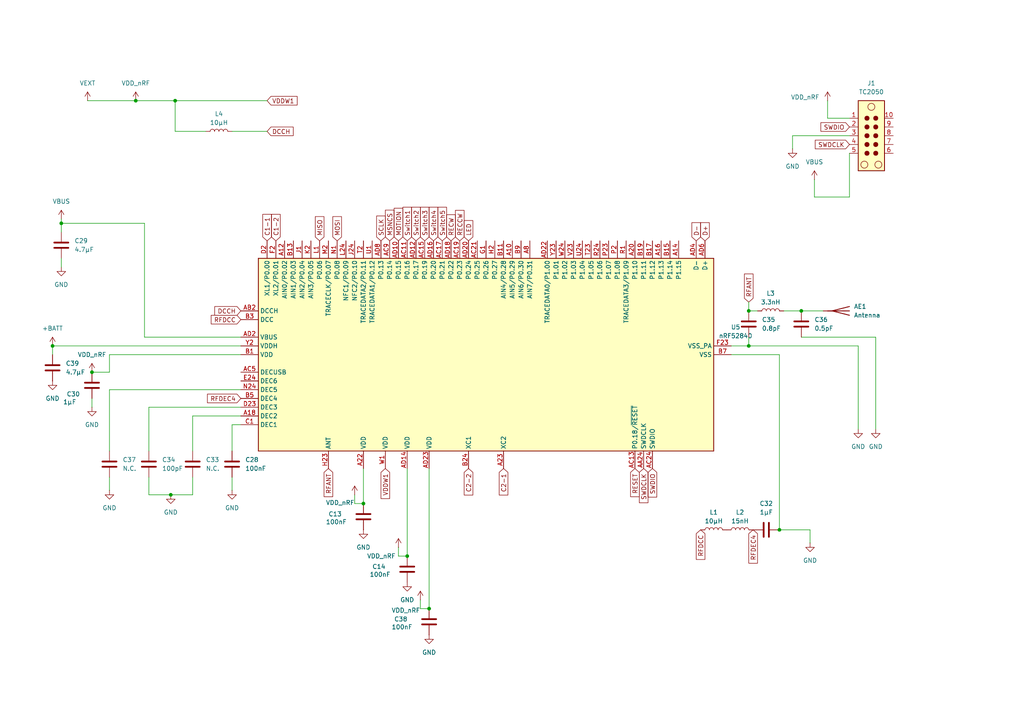
<source format=kicad_sch>
(kicad_sch (version 20250114) (generator "eeschema") (generator_version "9.0")
  (paper "A4")
  (lib_symbols
    (symbol "Connector:TC2050" (in_bom no)
      (property "Reference" "J" (at 1.27 11.43 0))
      (property "Value" "TC2050" (at 1.27 -11.43 0))
      (symbol "TC2050_1_1"
        (rectangle (start -2.54 10.16) (end 5.08 -10.16) (stroke (width 0.254)) (fill (type background)))
        (circle (center -0.762 -8.382) (radius 1.016))
        (circle (center 0 5.08) (radius 0.635) (fill (type outline)))
        (circle (center 0 2.54) (radius 0.635) (fill (type outline)))
        (circle (center 0 0) (radius 0.635) (fill (type outline)))
        (circle (center 0 -2.54) (radius 0.635) (fill (type outline)))
        (circle (center 0 -5.08) (radius 0.635) (fill (type outline)))
        (circle (center 1.27 8.382) (radius 1.016))
        (circle (center 2.54 5.08) (radius 0.635) (fill (type outline)))
        (circle (center 2.54 2.54) (radius 0.635) (fill (type outline)))
        (circle (center 2.54 0) (radius 0.635) (fill (type outline)))
        (circle (center 2.54 -2.54) (radius 0.635) (fill (type outline)))
        (circle (center 2.54 -5.08) (radius 0.635) (fill (type outline)))
        (circle (center 3.302 -8.382) (radius 1.016))
        (pin passive line (at -5.08 5.08 0) (length 2.54) (name "~") (number "1"))
        (pin passive line (at -5.08 2.54 0) (length 2.54) (name "~") (number "2"))
        (pin passive line (at -5.08 0 0) (length 2.54) (name "~") (number "3"))
        (pin passive line (at -5.08 -2.54 0) (length 2.54) (name "~") (number "4"))
        (pin passive line (at -5.08 -5.08 0) (length 2.54) (name "~") (number "5"))
        (pin passive line (at 7.62 5.08 180) (length 2.54) (name "~") (number "10"))
        (pin passive line (at 7.62 2.54 180) (length 2.54) (name "~") (number "9"))
        (pin passive line (at 7.62 0 180) (length 2.54) (name "~") (number "8"))
        (pin passive line (at 7.62 -2.54 180) (length 2.54) (name "~") (number "7"))
        (pin passive line (at 7.62 -5.08 180) (length 2.54) (name "~") (number "6"))
      )
    )
    (symbol "Custom:nRF52840"
      (property "Reference" "U5" (at 7.9854 -72.39 90))
      (property "Value" "nRF52840" (at 5.4454 -72.39 90))
      (symbol "nRF52840_0_1"
        (rectangle (start -27.94 66.04) (end 27.94 -66.04) (stroke (width 0.254)) (fill (type background)))
      )
      (symbol "nRF52840_1_1"
        (pin passive line (at -33.02 45.72 0) (length 5.08) (name "ANT") (number "H23"))
        (pin power_in line (at -33.02 35.56 0) (length 5.08) (name "VDD") (number "A22"))
        (pin power_in line (at -33.02 29.21 0) (length 5.08) (name "VDD") (number "W1"))
        (pin power_in line (at -33.02 22.86 0) (length 5.08) (name "VDD") (number "AD14"))
        (pin power_in line (at -33.02 16.51 0) (length 5.08) (name "VDD") (number "AD23"))
        (pin input line (at -33.02 5.08 0) (length 5.08) (name "XC1") (number "B24"))
        (pin input line (at -33.02 -5.08 0) (length 5.08) (name "XC2") (number "A23"))
        (pin bidirectional line (at -33.02 -43.18 0) (length 5.08) (name "P0.18/~{RESET}") (number "AC13"))
        (pin input line (at -33.02 -45.72 0) (length 5.08) (name "SWDCLK") (number "AA24"))
        (pin bidirectional line (at -33.02 -48.26 0) (length 5.08) (name "SWDIO") (number "AC24"))
        (pin passive line (at -20.32 71.12 270) (length 5.08) (name "DEC1") (number "C1"))
        (pin passive line (at -17.78 71.12 270) (length 5.08) (name "DEC2") (number "A18"))
        (pin passive line (at -15.24 71.12 270) (length 5.08) (name "DEC3") (number "D23"))
        (pin passive line (at -12.7 71.12 270) (length 5.08) (name "DEC4") (number "B5"))
        (pin passive line (at -10.16 71.12 270) (length 5.08) (name "DEC5") (number "N24"))
        (pin passive line (at -7.62 71.12 270) (length 5.08) (name "DEC6") (number "E24"))
        (pin passive line (at -5.08 71.12 270) (length 5.08) (name "DECUSB") (number "AC5"))
        (pin power_in line (at 0 71.12 270) (length 5.08) (name "VDD") (number "B1"))
        (pin power_in line (at 0 -71.12 90) (length 5.08) (name "VSS") (number "B7"))
        (pin passive line (at 0 -71.12 90) (length 5.08) (hide yes) (name "VSS") (number "EP"))
        (pin power_in line (at 2.54 71.12 270) (length 5.08) (name "VDDH") (number "Y2"))
        (pin power_in line (at 2.54 -71.12 90) (length 5.08) (name "VSS_PA") (number "F23"))
        (pin power_in line (at 5.08 71.12 270) (length 5.08) (name "VBUS") (number "AD2"))
        (pin power_out line (at 10.16 71.12 270) (length 5.08) (name "DCC") (number "B3"))
        (pin power_out line (at 12.7 71.12 270) (length 5.08) (name "DCCH") (number "AB2"))
        (pin bidirectional line (at 33.02 63.5 180) (length 5.08) (name "XL1/P0.00") (number "D2"))
        (pin bidirectional line (at 33.02 60.96 180) (length 5.08) (name "XL2/P0.01") (number "F2"))
        (pin bidirectional line (at 33.02 58.42 180) (length 5.08) (name "AIN0/P0.02") (number "A12"))
        (pin bidirectional line (at 33.02 55.88 180) (length 5.08) (name "AIN1/P0.03") (number "B13"))
        (pin bidirectional line (at 33.02 53.34 180) (length 5.08) (name "AIN2/P0.04") (number "J1"))
        (pin bidirectional line (at 33.02 50.8 180) (length 5.08) (name "AIN3/P0.05") (number "K2"))
        (pin bidirectional line (at 33.02 48.26 180) (length 5.08) (name "P0.06") (number "L1"))
        (pin bidirectional line (at 33.02 45.72 180) (length 5.08) (name "TRACECLK/P0.07") (number "M2"))
        (pin bidirectional line (at 33.02 43.18 180) (length 5.08) (name "P0.08") (number "N1"))
        (pin bidirectional line (at 33.02 40.64 180) (length 5.08) (name "NFC1/P0.09") (number "L24"))
        (pin bidirectional line (at 33.02 38.1 180) (length 5.08) (name "NFC2/P0.10") (number "J24"))
        (pin bidirectional line (at 33.02 35.56 180) (length 5.08) (name "TRACEDATA2/P0.11") (number "T2"))
        (pin bidirectional line (at 33.02 33.02 180) (length 5.08) (name "TRACEDATA1/P0.12") (number "U1"))
        (pin bidirectional line (at 33.02 30.48 180) (length 5.08) (name "P0.13") (number "AD8"))
        (pin bidirectional line (at 33.02 27.94 180) (length 5.08) (name "P0.14") (number "AC9"))
        (pin bidirectional line (at 33.02 25.4 180) (length 5.08) (name "P0.15") (number "AD10"))
        (pin bidirectional line (at 33.02 22.86 180) (length 5.08) (name "P0.16") (number "AC11"))
        (pin bidirectional line (at 33.02 20.32 180) (length 5.08) (name "P0.17") (number "AD12"))
        (pin bidirectional line (at 33.02 17.78 180) (length 5.08) (name "P0.19") (number "AC15"))
        (pin bidirectional line (at 33.02 15.24 180) (length 5.08) (name "P0.20") (number "AD16"))
        (pin bidirectional line (at 33.02 12.7 180) (length 5.08) (name "P0.21") (number "AC17"))
        (pin bidirectional line (at 33.02 10.16 180) (length 5.08) (name "P0.22") (number "AD18"))
        (pin bidirectional line (at 33.02 7.62 180) (length 5.08) (name "P0.23") (number "AC19"))
        (pin bidirectional line (at 33.02 5.08 180) (length 5.08) (name "P0.24") (number "AD20"))
        (pin bidirectional line (at 33.02 2.54 180) (length 5.08) (name "P0.25") (number "AC21"))
        (pin bidirectional line (at 33.02 0 180) (length 5.08) (name "P0.26") (number "G1"))
        (pin bidirectional line (at 33.02 -2.54 180) (length 5.08) (name "P0.27") (number "H2"))
        (pin bidirectional line (at 33.02 -5.08 180) (length 5.08) (name "AIN4/P0.28") (number "B11"))
        (pin bidirectional line (at 33.02 -7.62 180) (length 5.08) (name "AIN5/P0.29") (number "A10"))
        (pin bidirectional line (at 33.02 -10.16 180) (length 5.08) (name "AIN6/P0.30") (number "B9"))
        (pin bidirectional line (at 33.02 -12.7 180) (length 5.08) (name "AIN7/P0.31") (number "A8"))
        (pin bidirectional line (at 33.02 -17.78 180) (length 5.08) (name "TRACEDATA0/P1.00") (number "AD22"))
        (pin bidirectional line (at 33.02 -20.32 180) (length 5.08) (name "P1.01") (number "Y23"))
        (pin bidirectional line (at 33.02 -22.86 180) (length 5.08) (name "P1.02") (number "W24"))
        (pin bidirectional line (at 33.02 -25.4 180) (length 5.08) (name "P1.03") (number "V23"))
        (pin bidirectional line (at 33.02 -27.94 180) (length 5.08) (name "P1.04") (number "U24"))
        (pin bidirectional line (at 33.02 -30.48 180) (length 5.08) (name "P1.05") (number "T23"))
        (pin bidirectional line (at 33.02 -33.02 180) (length 5.08) (name "P1.06") (number "R24"))
        (pin bidirectional line (at 33.02 -35.56 180) (length 5.08) (name "P1.07") (number "P23"))
        (pin bidirectional line (at 33.02 -38.1 180) (length 5.08) (name "P1.08") (number "P2"))
        (pin bidirectional line (at 33.02 -40.64 180) (length 5.08) (name "TRACEDATA3/P1.09") (number "R1"))
        (pin bidirectional line (at 33.02 -43.18 180) (length 5.08) (name "P1.10") (number "A20"))
        (pin bidirectional line (at 33.02 -45.72 180) (length 5.08) (name "P1.11") (number "B19"))
        (pin bidirectional line (at 33.02 -48.26 180) (length 5.08) (name "P1.12") (number "B17"))
        (pin bidirectional line (at 33.02 -50.8 180) (length 5.08) (name "P1.13") (number "A16"))
        (pin bidirectional line (at 33.02 -53.34 180) (length 5.08) (name "P1.14") (number "B15"))
        (pin bidirectional line (at 33.02 -55.88 180) (length 5.08) (name "P1.15") (number "A14"))
        (pin bidirectional line (at 33.02 -60.96 180) (length 5.08) (name "D-") (number "AD4"))
        (pin bidirectional line (at 33.02 -63.5 180) (length 5.08) (name "D+") (number "AD6"))
      )
    )
    (symbol "Device:Antenna" (pin_numbers (hide yes)) (pin_names (offset 1.016) (hide yes))
      (property "Reference" "AE" (at -1.905 1.905 0))
      (property "Value" "Antenna" (at -1.905 0 0))
      (symbol "Antenna_0_1"
        (polyline (pts (xy 0 2.54) (xy 0 -3.81)) (stroke (width 0.254)))
        (polyline (pts (xy 1.27 2.54) (xy 0 -2.54) (xy -1.27 2.54)) (stroke (width 0.254)))
      )
      (symbol "Antenna_1_1"
        (pin input line (at 0 -5.08 90) (length 2.54) (name "A") (number "1"))
      )
    )
    (symbol "Device:C" (pin_numbers (hide yes)) (pin_names (offset 0.254))
      (property "Reference" "C" (at 0.635 2.54 0))
      (property "Value" "C" (at 0.635 -2.54 0))
      (symbol "C_0_1"
        (polyline (pts (xy -2.032 0.762) (xy 2.032 0.762)) (stroke (width 0.508)))
        (polyline (pts (xy -2.032 -0.762) (xy 2.032 -0.762)) (stroke (width 0.508)))
      )
      (symbol "C_1_1"
        (pin passive line (at 0 3.81 270) (length 2.794) (name "~") (number "1"))
        (pin passive line (at 0 -3.81 90) (length 2.794) (name "~") (number "2"))
      )
    )
    (symbol "Device:L" (pin_numbers (hide yes)) (pin_names (offset 1.016) (hide yes))
      (property "Reference" "L" (at -1.27 0 90))
      (property "Value" "L" (at 1.905 0 90))
      (symbol "L_0_1"
        (arc (start 0 2.54) (mid 0.6323 1.905) (end 0 1.27))
        (arc (start 0 1.27) (mid 0.6323 0.635) (end 0 0))
        (arc (start 0 0) (mid 0.6323 -0.635) (end 0 -1.27))
        (arc (start 0 -1.27) (mid 0.6323 -1.905) (end 0 -2.54))
      )
      (symbol "L_1_1"
        (pin passive line (at 0 3.81 270) (length 1.27) (name "1") (number "1"))
        (pin passive line (at 0 -3.81 90) (length 1.27) (name "2") (number "2"))
      )
    )
    (symbol "power:+3.3V" (power) (pin_numbers (hide yes)) (pin_names (offset 0) (hide yes))
      (property "Value" "+3.3V" (at 0 3.556 0))
      (symbol "+3.3V_0_1"
        (polyline (pts (xy -0.762 1.27) (xy 0 2.54)))
        (polyline (pts (xy 0 2.54) (xy 0.762 1.27)))
        (polyline (pts (xy 0 0) (xy 0 2.54)))
      )
      (symbol "+3.3V_1_1"
        (pin power_in line (at 0 0 90) (length 0) (name "~") (number "1"))
      )
    )
    (symbol "power:+BATT" (power) (pin_numbers (hide yes)) (pin_names (offset 0) (hide yes))
      (property "Value" "+BATT" (at 0 3.556 0))
      (symbol "+BATT_0_1"
        (polyline (pts (xy -0.762 1.27) (xy 0 2.54)))
        (polyline (pts (xy 0 2.54) (xy 0.762 1.27)))
        (polyline (pts (xy 0 0) (xy 0 2.54)))
      )
      (symbol "+BATT_1_1"
        (pin power_in line (at 0 0 90) (length 0) (name "~") (number "1"))
      )
    )
    (symbol "power:GND" (power) (pin_numbers (hide yes)) (pin_names (offset 0) (hide yes))
      (property "Value" "GND" (at 0 -3.81 0))
      (symbol "GND_0_1"
        (polyline (pts (xy 0 0) (xy 0 -1.27) (xy 1.27 -1.27) (xy 0 -2.54) (xy -1.27 -1.27) (xy 0 -1.27)))
      )
      (symbol "GND_1_1"
        (pin power_in line (at 0 0 270) (length 0) (name "~") (number "1"))
      )
    )
    (symbol "power:VBUS" (power) (pin_numbers (hide yes)) (pin_names (offset 0) (hide yes))
      (property "Value" "VBUS" (at 0 3.556 0))
      (symbol "VBUS_0_1"
        (polyline (pts (xy -0.762 1.27) (xy 0 2.54)))
        (polyline (pts (xy 0 2.54) (xy 0.762 1.27)))
        (polyline (pts (xy 0 0) (xy 0 2.54)))
      )
      (symbol "VBUS_1_1"
        (pin power_in line (at 0 0 90) (length 0) (name "~") (number "1"))
      )
    )
  )
  (junction (at 17.78 64.77))
  (junction (at 217.17 90.17))
  (junction (at 105.41 146.05))
  (junction (at 232.41 90.17))
  (junction (at 39.37 29.21))
  (junction (at 217.17 100.33))
  (junction (at 124.46 176.53))
  (junction (at 15.24 100.33))
  (junction (at 226.06 153.67))
  (junction (at 118.11 161.29))
  (junction (at 50.8 29.21))
  (junction (at 49.53 143.51))
  (junction (at 26.67 107.95))
  (wire (pts (xy 229.87 39.37) (xy 229.87 43.18)))
  (wire (pts (xy 217.17 100.33) (xy 248.92 100.33)))
  (wire (pts (xy 50.8 29.21) (xy 77.47 29.21)))
  (wire (pts (xy 246.38 44.45) (xy 246.38 57.15)))
  (wire (pts (xy 226.06 102.87) (xy 226.06 153.67)))
  (wire (pts (xy 41.91 64.77) (xy 17.78 64.77)))
  (wire (pts (xy 69.85 102.87) (xy 31.75 102.87)))
  (wire (pts (xy 246.38 39.37) (xy 229.87 39.37)))
  (wire (pts (xy 212.09 102.87) (xy 226.06 102.87)))
  (wire (pts (xy 217.17 87.63) (xy 217.17 90.17)))
  (wire (pts (xy 55.88 120.65) (xy 69.85 120.65)))
  (wire (pts (xy 43.18 143.51) (xy 49.53 143.51)))
  (wire (pts (xy 31.75 138.43) (xy 31.75 142.24)))
  (wire (pts (xy 118.11 135.89) (xy 118.11 161.29)))
  (wire (pts (xy 240.03 29.21) (xy 240.03 34.29)))
  (wire (pts (xy 43.18 138.43) (xy 43.18 143.51)))
  (wire (pts (xy 102.87 143.51) (xy 102.87 146.05)))
  (wire (pts (xy 26.67 115.57) (xy 26.67 118.11)))
  (wire (pts (xy 17.78 74.93) (xy 17.78 77.47)))
  (wire (pts (xy 49.53 143.51) (xy 55.88 143.51)))
  (wire (pts (xy 227.33 90.17) (xy 232.41 90.17)))
  (wire (pts (xy 41.91 97.79) (xy 41.91 64.77)))
  (wire (pts (xy 240.03 34.29) (xy 246.38 34.29)))
  (wire (pts (xy 31.75 113.03) (xy 31.75 130.81)))
  (wire (pts (xy 102.87 146.05) (xy 105.41 146.05)))
  (wire (pts (xy 55.88 120.65) (xy 55.88 130.81)))
  (wire (pts (xy 69.85 100.33) (xy 15.24 100.33)))
  (wire (pts (xy 115.57 161.29) (xy 118.11 161.29)))
  (wire (pts (xy 217.17 100.33) (xy 217.17 97.79)))
  (wire (pts (xy 39.37 29.21) (xy 50.8 29.21)))
  (wire (pts (xy 17.78 64.77) (xy 17.78 63.5)))
  (wire (pts (xy 217.17 90.17) (xy 219.71 90.17)))
  (wire (pts (xy 55.88 138.43) (xy 55.88 143.51)))
  (wire (pts (xy 232.41 90.17) (xy 238.76 90.17)))
  (wire (pts (xy 43.18 118.11) (xy 69.85 118.11)))
  (wire (pts (xy 254 97.79) (xy 254 124.46)))
  (wire (pts (xy 115.57 158.75) (xy 115.57 161.29)))
  (wire (pts (xy 67.31 138.43) (xy 67.31 142.24)))
  (wire (pts (xy 67.31 123.19) (xy 67.31 130.81)))
  (wire (pts (xy 124.46 135.89) (xy 124.46 176.53)))
  (wire (pts (xy 25.4 29.21) (xy 39.37 29.21)))
  (wire (pts (xy 59.69 38.1) (xy 50.8 38.1)))
  (wire (pts (xy 212.09 100.33) (xy 217.17 100.33)))
  (wire (pts (xy 31.75 107.95) (xy 26.67 107.95)))
  (wire (pts (xy 121.92 173.99) (xy 121.92 176.53)))
  (wire (pts (xy 43.18 118.11) (xy 43.18 130.81)))
  (wire (pts (xy 69.85 123.19) (xy 67.31 123.19)))
  (wire (pts (xy 105.41 135.89) (xy 105.41 146.05)))
  (wire (pts (xy 17.78 64.77) (xy 17.78 67.31)))
  (wire (pts (xy 31.75 102.87) (xy 31.75 107.95)))
  (wire (pts (xy 246.38 57.15) (xy 236.22 57.15)))
  (wire (pts (xy 232.41 97.79) (xy 254 97.79)))
  (wire (pts (xy 50.8 38.1) (xy 50.8 29.21)))
  (wire (pts (xy 234.95 157.48) (xy 234.95 153.67)))
  (wire (pts (xy 15.24 100.33) (xy 15.24 102.87)))
  (wire (pts (xy 234.95 153.67) (xy 226.06 153.67)))
  (wire (pts (xy 121.92 176.53) (xy 124.46 176.53)))
  (wire (pts (xy 67.31 38.1) (xy 77.47 38.1)))
  (wire (pts (xy 69.85 113.03) (xy 31.75 113.03)))
  (wire (pts (xy 248.92 100.33) (xy 248.92 124.46)))
  (wire (pts (xy 236.22 52.07) (xy 236.22 57.15)))
  (wire (pts (xy 69.85 97.79) (xy 41.91 97.79)))
  (global_label "Switch4" (shape input) (at 125.73 69.85 90) (property "Intersheetrefs" "${INTERSHEET_REFS}" (effects (hide yes))))
  (global_label "DCCH" (shape input) (at 77.47 38.1 0) (property "Intersheetrefs" "${INTERSHEET_REFS}" (effects (hide yes))))
  (global_label "RFDEC4" (shape input) (at 69.85 115.57 180) (property "Intersheetrefs" "${INTERSHEET_REFS}" (effects (hide yes))))
  (global_label "C1-2" (shape input) (at 80.01 69.85 90) (property "Intersheetrefs" "${INTERSHEET_REFS}" (effects (hide yes))))
  (global_label "MISO" (shape input) (at 92.71 69.85 90) (property "Intersheetrefs" "${INTERSHEET_REFS}" (effects (hide yes))))
  (global_label "SWDCLK" (shape input) (at 186.69 135.89 270) (property "Intersheetrefs" "${INTERSHEET_REFS}" (effects (hide yes))))
  (global_label "DCCH" (shape input) (at 69.85 90.17 180) (property "Intersheetrefs" "${INTERSHEET_REFS}" (effects (hide yes))))
  (global_label "VDDW1" (shape input) (at 111.76 135.89 270) (property "Intersheetrefs" "${INTERSHEET_REFS}" (effects (hide yes))))
  (global_label "MOSI" (shape input) (at 97.79 69.85 90) (property "Intersheetrefs" "${INTERSHEET_REFS}" (effects (hide yes))))
  (global_label "LED" (shape input) (at 135.89 69.85 90) (property "Intersheetrefs" "${INTERSHEET_REFS}" (effects (hide yes))))
  (global_label "D-" (shape input) (at 201.93 69.85 90) (property "Intersheetrefs" "${INTERSHEET_REFS}" (effects (hide yes))))
  (global_label "RFANT" (shape input) (at 95.25 135.89 270) (property "Intersheetrefs" "${INTERSHEET_REFS}" (effects (hide yes))))
  (global_label "Switch1" (shape input) (at 118.11 69.85 90) (property "Intersheetrefs" "${INTERSHEET_REFS}" (effects (hide yes))))
  (global_label "RFDCC" (shape input) (at 69.85 92.71 180) (property "Intersheetrefs" "${INTERSHEET_REFS}" (effects (hide yes))))
  (global_label "RFDCC" (shape input) (at 203.2 153.67 270) (property "Intersheetrefs" "${INTERSHEET_REFS}" (effects (hide yes))))
  (global_label "RFANT" (shape input) (at 217.17 87.63 90) (property "Intersheetrefs" "${INTERSHEET_REFS}" (effects (hide yes))))
  (global_label "RECW" (shape input) (at 130.81 69.85 90) (property "Intersheetrefs" "${INTERSHEET_REFS}" (effects (hide yes))))
  (global_label "C2-1" (shape input) (at 146.05 135.89 270) (property "Intersheetrefs" "${INTERSHEET_REFS}" (effects (hide yes))))
  (global_label "Switch3" (shape input) (at 123.19 69.85 90) (property "Intersheetrefs" "${INTERSHEET_REFS}" (effects (hide yes))))
  (global_label "RFDEC4" (shape input) (at 218.44 153.67 270) (property "Intersheetrefs" "${INTERSHEET_REFS}" (effects (hide yes))))
  (global_label "SWDIO" (shape input) (at 246.38 36.83 180) (property "Intersheetrefs" "${INTERSHEET_REFS}" (effects (hide yes))))
  (global_label "VDDW1" (shape input) (at 77.47 29.21 0) (property "Intersheetrefs" "${INTERSHEET_REFS}" (effects (hide yes))))
  (global_label "C1-1" (shape input) (at 77.47 69.85 90) (property "Intersheetrefs" "${INTERSHEET_REFS}" (effects (hide yes))))
  (global_label "SWDIO" (shape input) (at 189.23 135.89 270) (property "Intersheetrefs" "${INTERSHEET_REFS}" (effects (hide yes))))
  (global_label "SCLK" (shape input) (at 110.49 69.85 90) (property "Intersheetrefs" "${INTERSHEET_REFS}" (effects (hide yes))))
  (global_label "RECCW" (shape input) (at 133.35 69.85 90) (property "Intersheetrefs" "${INTERSHEET_REFS}" (effects (hide yes))))
  (global_label "D+" (shape input) (at 204.47 69.85 90) (property "Intersheetrefs" "${INTERSHEET_REFS}" (effects (hide yes))))
  (global_label "SWDCLK" (shape input) (at 246.38 41.91 180) (property "Intersheetrefs" "${INTERSHEET_REFS}" (effects (hide yes))))
  (global_label "MOTION" (shape input) (at 115.57 69.85 90) (property "Intersheetrefs" "${INTERSHEET_REFS}" (effects (hide yes))))
  (global_label "Switch2" (shape input) (at 120.65 69.85 90) (property "Intersheetrefs" "${INTERSHEET_REFS}" (effects (hide yes))))
  (global_label "MSNCS" (shape input) (at 113.03 69.85 90) (property "Intersheetrefs" "${INTERSHEET_REFS}" (effects (hide yes))))
  (global_label "RESET" (shape input) (at 184.15 135.89 270) (property "Intersheetrefs" "${INTERSHEET_REFS}" (effects (hide yes))))
  (global_label "C2-2" (shape input) (at 135.89 135.89 270) (property "Intersheetrefs" "${INTERSHEET_REFS}" (effects (hide yes))))
  (global_label "Switch5" (shape input) (at 128.27 69.85 90) (property "Intersheetrefs" "${INTERSHEET_REFS}" (effects (hide yes))))
  (symbol (lib_id "power:GND") (at 254 124.46 0) (unit 1)
    (property "Reference" "#PWR077" (effects (hide yes)))
    (property "Value" "GND" (at 254 129.54 0))
    (property "Description" "Power symbol creates a global label with name \"GND\" , ground" (effects (hide yes)))
  )
  (symbol (lib_id "Device:L") (at 207.01 153.67 90) (unit 1)
    (property "Reference" "L1" (at 207.01 148.59 90))
    (property "Value" "10μH" (at 207.01 151.13 90))
    (property "Footprint" "Inductor_SMD:L_0805_2012Metric_Pad1.05x1.20mm_HandSolder" (effects (hide yes)))
    (property "Description" "Inductor" (effects (hide yes)))
  )
  (symbol (lib_id "power:GND") (at 15.24 110.49 0) (unit 1)
    (property "Reference" "#PWR079" (effects (hide yes)))
    (property "Value" "GND" (at 15.24 115.57 0))
    (property "Description" "Power symbol creates a global label with name \"GND\" , ground" (effects (hide yes)))
  )
  (symbol (lib_id "power:GND") (at 31.75 142.24 0) (unit 1)
    (property "Reference" "#PWR078" (effects (hide yes)))
    (property "Value" "GND" (at 31.75 147.32 0))
    (property "Description" "Power symbol creates a global label with name \"GND\" , ground" (effects (hide yes)))
  )
  (symbol (lib_id "Device:C") (at 26.67 111.76 0) (unit 1)
    (property "Reference" "C30" (at 19.304 114.3 0) (effects (justify left)))
    (property "Value" "1μF" (at 18.288 116.586 0) (effects (justify left)))
    (property "Footprint" "Capacitor_SMD:C_0805_2012Metric_Pad1.18x1.45mm_HandSolder" (effects (hide yes)))
    (property "Description" "Unpolarized capacitor" (effects (hide yes)))
  )
  (symbol (lib_id "Device:C") (at 15.24 106.68 0) (unit 1)
    (property "Reference" "C39" (at 19.05 105.4099 0) (effects (justify left)))
    (property "Value" "4.7μF" (at 19.05 107.9499 0) (effects (justify left)))
    (property "Footprint" "Capacitor_SMD:C_0805_2012Metric_Pad1.18x1.45mm_HandSolder" (effects (hide yes)))
    (property "Description" "Unpolarized capacitor" (effects (hide yes)))
  )
  (symbol (lib_id "power:GND") (at 248.92 124.46 0) (unit 1)
    (property "Reference" "#PWR076" (effects (hide yes)))
    (property "Value" "GND" (at 248.92 129.54 0))
    (property "Description" "Power symbol creates a global label with name \"GND\" , ground" (effects (hide yes)))
  )
  (symbol (lib_id "Custom:nRF52840") (at 140.97 102.87 90) (unit 1)
    (property "Reference" "U5" (at 213.36 94.8846 90))
    (property "Value" "nRF52840" (at 213.36 97.4246 90))
    (property "Footprint" "Package_DFN_QFN:Nordic_AQFN-73-1EP_7x7mm_P0.5mm" (effects (hide yes)))
    (property "Datasheet" "http://infocenter.nordicsemi.com/topic/com.nordic.infocenter.nrf52/dita/nrf52/chips/nrf52840.html" (effects (hide yes)))
    (property "Description" "Multiprotocol BLE/ANT/2.4 GHz/802.15.4 Cortex-M4F SoC, AQFN-73" (effects (hide yes)))
  )
  (symbol (lib_id "power:GND") (at 118.11 168.91 0) (unit 1)
    (property "Reference" "#PWR032" (effects (hide yes)))
    (property "Value" "GND" (at 118.11 173.99 0))
    (property "Description" "Power symbol creates a global label with name \"GND\" , ground" (effects (hide yes)))
  )
  (symbol (lib_id "power:VBUS") (at 25.4 29.21 0) (unit 1)
    (property "Reference" "#PWR075" (effects (hide yes)))
    (property "Value" "VEXT" (at 25.4 24.13 0))
    (property "Description" "Power symbol creates a global label with name \"VBUS\"" (effects (hide yes)))
  )
  (symbol (lib_id "Device:C") (at 105.41 149.86 0) (unit 1)
    (property "Reference" "C13" (at 95.25 149.098 0) (effects (justify left)))
    (property "Value" "100nF" (at 94.488 151.384 0) (effects (justify left)))
    (property "Footprint" "Capacitor_SMD:C_0805_2012Metric_Pad1.18x1.45mm_HandSolder" (effects (hide yes)))
    (property "Description" "Unpolarized capacitor" (effects (hide yes)))
  )
  (symbol (lib_id "power:GND") (at 229.87 43.18 0) (unit 1)
    (property "Reference" "#PWR017" (effects (hide yes)))
    (property "Value" "GND" (at 229.87 48.26 0))
    (property "Description" "Power symbol creates a global label with name \"GND\" , ground" (effects (hide yes)))
  )
  (symbol (lib_id "Device:C") (at 55.88 134.62 0) (unit 1)
    (property "Reference" "C33" (at 59.69 133.3499 0) (effects (justify left)))
    (property "Value" "N.C." (at 59.69 135.8899 0) (effects (justify left)))
    (property "Footprint" "Capacitor_SMD:C_0805_2012Metric_Pad1.18x1.45mm_HandSolder" (effects (hide yes)))
    (property "Description" "Unpolarized capacitor" (effects (hide yes)))
  )
  (symbol (lib_id "Device:C") (at 124.46 180.34 0) (unit 1)
    (property "Reference" "C38" (at 114.3 179.578 0) (effects (justify left)))
    (property "Value" "100nF" (at 113.538 181.864 0) (effects (justify left)))
    (property "Footprint" "Capacitor_SMD:C_0805_2012Metric_Pad1.18x1.45mm_HandSolder" (effects (hide yes)))
    (property "Description" "Unpolarized capacitor" (effects (hide yes)))
  )
  (symbol (lib_id "power:+3.3V") (at 26.67 107.95 0) (unit 1)
    (property "Reference" "#PWR069" (effects (hide yes)))
    (property "Value" "VDD_nRF" (at 26.67 102.87 0))
    (property "Description" "Power symbol creates a global label with name \"+3.3V\"" (effects (hide yes)))
  )
  (symbol (lib_id "power:VBUS") (at 236.22 52.07 0) (unit 1)
    (property "Reference" "#PWR018" (effects (hide yes)))
    (property "Value" "VBUS" (at 236.22 46.99 0))
    (property "Description" "Power symbol creates a global label with name \"VBUS\"" (effects (hide yes)))
  )
  (symbol (lib_id "power:+3.3V") (at 115.57 158.75 0) (unit 1)
    (property "Reference" "#PWR031" (effects (hide yes)))
    (property "Value" "VDD_nRF" (at 106.426 161.29 0) (effects (justify left)))
    (property "Description" "Power symbol creates a global label with name \"+3.3V\"" (effects (hide yes)))
  )
  (symbol (lib_id "power:+3.3V") (at 240.03 29.21 0) (unit 1)
    (property "Reference" "#PWR012" (effects (hide yes)))
    (property "Value" "VDD_nRF" (at 229.362 28.194 0) (effects (justify left)))
    (property "Description" "Power symbol creates a global label with name \"+3.3V\"" (effects (hide yes)))
  )
  (symbol (lib_id "Device:C") (at 232.41 93.98 0) (unit 1)
    (property "Reference" "C36" (at 236.22 92.7099 0) (effects (justify left)))
    (property "Value" "0.5pF" (at 236.22 95.2499 0) (effects (justify left)))
    (property "Footprint" "Capacitor_SMD:C_0805_2012Metric_Pad1.18x1.45mm_HandSolder" (effects (hide yes)))
    (property "Description" "Unpolarized capacitor" (effects (hide yes)))
  )
  (symbol (lib_id "power:VBUS") (at 17.78 63.5 0) (unit 1)
    (property "Reference" "#PWR063" (effects (hide yes)))
    (property "Value" "VBUS" (at 17.78 58.42 0))
    (property "Description" "Power symbol creates a global label with name \"VBUS\"" (effects (hide yes)))
  )
  (symbol (lib_id "power:+3.3V") (at 39.37 29.21 0) (unit 1)
    (property "Reference" "#PWR080" (effects (hide yes)))
    (property "Value" "VDD_nRF" (at 39.37 24.13 0))
    (property "Description" "Power symbol creates a global label with name \"+3.3V\"" (effects (hide yes)))
  )
  (symbol (lib_id "Device:C") (at 43.18 134.62 0) (unit 1)
    (property "Reference" "C34" (at 46.99 133.3499 0) (effects (justify left)))
    (property "Value" "100pF" (at 46.99 135.8899 0) (effects (justify left)))
    (property "Footprint" "Capacitor_SMD:C_0805_2012Metric_Pad1.18x1.45mm_HandSolder" (effects (hide yes)))
    (property "Description" "Unpolarized capacitor" (effects (hide yes)))
  )
  (symbol (lib_id "Device:C") (at 17.78 71.12 0) (unit 1)
    (property "Reference" "C29" (at 21.59 69.8499 0) (effects (justify left)))
    (property "Value" "4.7μF" (at 21.59 72.3899 0) (effects (justify left)))
    (property "Footprint" "Capacitor_SMD:C_0805_2012Metric_Pad1.18x1.45mm_HandSolder" (effects (hide yes)))
    (property "Description" "Unpolarized capacitor" (effects (hide yes)))
  )
  (symbol (lib_id "power:+3.3V") (at 102.87 143.51 0) (unit 1)
    (property "Reference" "#PWR028" (effects (hide yes)))
    (property "Value" "VDD_nRF" (at 94.488 145.796 0) (effects (justify left)))
    (property "Description" "Power symbol creates a global label with name \"+3.3V\"" (effects (hide yes)))
  )
  (symbol (lib_id "Device:L") (at 63.5 38.1 90) (unit 1)
    (property "Reference" "L4" (at 63.5 33.02 90))
    (property "Value" "10μH" (at 63.5 35.56 90))
    (property "Footprint" "Inductor_SMD:L_0805_2012Metric_Pad1.05x1.20mm_HandSolder" (effects (hide yes)))
    (property "Description" "Inductor" (effects (hide yes)))
  )
  (symbol (lib_id "Device:L") (at 223.52 90.17 90) (unit 1)
    (property "Reference" "L3" (at 223.52 85.09 90))
    (property "Value" "3.3nH" (at 223.52 87.63 90))
    (property "Footprint" "Inductor_SMD:L_0805_2012Metric_Pad1.05x1.20mm_HandSolder" (effects (hide yes)))
    (property "Description" "Inductor" (effects (hide yes)))
  )
  (symbol (lib_id "power:+3.3V") (at 121.92 173.99 0) (unit 1)
    (property "Reference" "#PWR033" (effects (hide yes)))
    (property "Value" "VDD_nRF" (at 113.538 177.038 0) (effects (justify left)))
    (property "Description" "Power symbol creates a global label with name \"+3.3V\"" (effects (hide yes)))
  )
  (symbol (lib_id "power:GND") (at 67.31 142.24 0) (unit 1)
    (property "Reference" "#PWR062" (effects (hide yes)))
    (property "Value" "GND" (at 67.31 147.32 0))
    (property "Description" "Power symbol creates a global label with name \"GND\" , ground" (effects (hide yes)))
  )
  (symbol (lib_id "power:GND") (at 124.46 184.15 0) (unit 1)
    (property "Reference" "#PWR034" (effects (hide yes)))
    (property "Value" "GND" (at 124.46 189.23 0))
    (property "Description" "Power symbol creates a global label with name \"GND\" , ground" (effects (hide yes)))
  )
  (symbol (lib_id "Device:Antenna") (at 243.84 90.17 270) (unit 1)
    (property "Reference" "AE1" (at 247.65 88.8999 90) (effects (justify left)))
    (property "Value" "Antenna" (at 247.65 91.4399 90) (effects (justify left)))
    (property "Footprint" "RF_Antenna:Texas_SWRA117D_2.4GHz_Left" (effects (hide yes)))
    (property "Description" "Antenna" (effects (hide yes)))
  )
  (symbol (lib_id "power:+BATT") (at 15.24 100.33 0) (unit 1)
    (property "Reference" "#PWR081" (effects (hide yes)))
    (property "Value" "+BATT" (at 15.24 95.25 0))
    (property "Description" "Power symbol creates a global label with name \"+BATT\"" (effects (hide yes)))
  )
  (symbol (lib_id "Device:C") (at 222.25 153.67 90) (unit 1)
    (property "Reference" "C32" (at 222.25 146.05 90))
    (property "Value" "1μF" (at 222.25 148.59 90))
    (property "Footprint" "Capacitor_SMD:C_0805_2012Metric_Pad1.18x1.45mm_HandSolder" (effects (hide yes)))
    (property "Description" "Unpolarized capacitor" (effects (hide yes)))
  )
  (symbol (lib_id "Device:C") (at 217.17 93.98 0) (unit 1)
    (property "Reference" "C35" (at 220.98 92.7099 0) (effects (justify left)))
    (property "Value" "0.8pF" (at 220.98 95.2499 0) (effects (justify left)))
    (property "Footprint" "Capacitor_SMD:C_0805_2012Metric_Pad1.18x1.45mm_HandSolder" (effects (hide yes)))
    (property "Description" "Unpolarized capacitor" (effects (hide yes)))
  )
  (symbol (lib_id "Connector:TC2050") (at 251.46 39.37 0) (unit 1) (in_bom no)
    (property "Reference" "J1" (at 252.73 24.13 0))
    (property "Value" "TC2050" (at 252.73 26.67 0))
    (property "Footprint" "Connector:Tag-Connect_TC2050-IDC-NL_2x05_P1.27mm_Vertical" (effects (hide yes)))
    (property "Datasheet" "https://www.tag-connect.com/wp-content/uploads/bsk-pdf-manager/TC2050-IDC-NL_Datasheet_8.pdf" (effects (hide yes)))
    (property "Description" "Tag-Connect’s 10-pins connector" (effects (hide yes)))
  )
  (symbol (lib_id "Device:C") (at 31.75 134.62 0) (unit 1)
    (property "Reference" "C37" (at 35.56 133.3499 0) (effects (justify left)))
    (property "Value" "N.C." (at 35.56 135.8899 0) (effects (justify left)))
    (property "Footprint" "Capacitor_SMD:C_0805_2012Metric_Pad1.18x1.45mm_HandSolder" (effects (hide yes)))
    (property "Description" "Unpolarized capacitor" (effects (hide yes)))
  )
  (symbol (lib_id "Device:L") (at 214.63 153.67 90) (unit 1)
    (property "Reference" "L2" (at 214.63 148.59 90))
    (property "Value" "15nH" (at 214.63 151.13 90))
    (property "Footprint" "Inductor_SMD:L_0805_2012Metric_Pad1.05x1.20mm_HandSolder" (effects (hide yes)))
    (property "Description" "Inductor" (effects (hide yes)))
  )
  (symbol (lib_id "power:GND") (at 234.95 157.48 0) (unit 1)
    (property "Reference" "#PWR071" (effects (hide yes)))
    (property "Value" "GND" (at 234.95 162.56 0))
    (property "Description" "Power symbol creates a global label with name \"GND\" , ground" (effects (hide yes)))
  )
  (symbol (lib_id "power:GND") (at 49.53 143.51 0) (unit 1)
    (property "Reference" "#PWR074" (effects (hide yes)))
    (property "Value" "GND" (at 49.53 148.59 0))
    (property "Description" "Power symbol creates a global label with name \"GND\" , ground" (effects (hide yes)))
  )
  (symbol (lib_id "Device:C") (at 118.11 165.1 0) (unit 1)
    (property "Reference" "C14" (at 107.95 164.338 0) (effects (justify left)))
    (property "Value" "100nF" (at 107.188 166.624 0) (effects (justify left)))
    (property "Footprint" "Capacitor_SMD:C_0805_2012Metric_Pad1.18x1.45mm_HandSolder" (effects (hide yes)))
    (property "Description" "Unpolarized capacitor" (effects (hide yes)))
  )
  (symbol (lib_id "power:GND") (at 105.41 153.67 0) (unit 1)
    (property "Reference" "#PWR030" (effects (hide yes)))
    (property "Value" "GND" (at 105.41 158.75 0))
    (property "Description" "Power symbol creates a global label with name \"GND\" , ground" (effects (hide yes)))
  )
  (symbol (lib_id "power:GND") (at 17.78 77.47 0) (unit 1)
    (property "Reference" "#PWR064" (effects (hide yes)))
    (property "Value" "GND" (at 17.78 82.55 0))
    (property "Description" "Power symbol creates a global label with name \"GND\" , ground" (effects (hide yes)))
  )
  (symbol (lib_id "power:GND") (at 26.67 118.11 0) (unit 1)
    (property "Reference" "#PWR070" (effects (hide yes)))
    (property "Value" "GND" (at 26.67 123.19 0))
    (property "Description" "Power symbol creates a global label with name \"GND\" , ground" (effects (hide yes)))
  )
  (symbol (lib_id "Device:C") (at 67.31 134.62 0) (unit 1)
    (property "Reference" "C28" (at 71.12 133.3499 0) (effects (justify left)))
    (property "Value" "100nF" (at 71.12 135.8899 0) (effects (justify left)))
    (property "Footprint" "Capacitor_SMD:C_0805_2012Metric_Pad1.18x1.45mm_HandSolder" (effects (hide yes)))
    (property "Description" "Unpolarized capacitor" (effects (hide yes)))
  )
)
</source>
